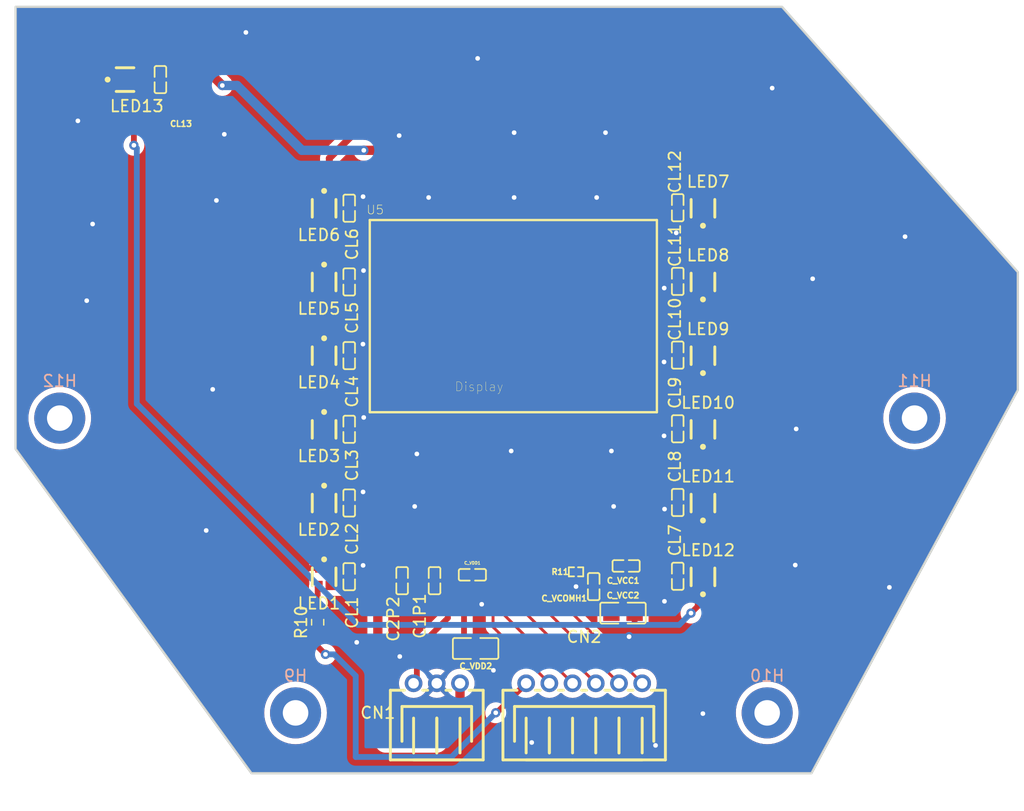
<source format=kicad_pcb>
(kicad_pcb (version 20240108) (generator "pcbnew") (generator_version "8.0")
  (layers (0 "F.Cu" signal) (31 "B.Cu" signal) (34 "B.Paste" user) (35 "F.Paste" user) (36 "B.SilkS" user "B.Silkscreen") (37 "F.SilkS" user "F.Silkscreen") (38 "B.Mask" user) (39 "F.Mask" user) (44 "Edge.Cuts" user))
  (net 0 "")
  (net 1 "Net-(LED1-DO)")
  (net 2 "Net-(LED2-DO)")
  (net 3 "Net-(LED3-DO)")
  (net 4 "Net-(LED4-DO)")
  (net 5 "Net-(LED5-DO)")
  (net 6 "Net-(LED7-DO)")
  (net 7 "Net-(LED8-DO)")
  (net 8 "Net-(LED1-DI)")
  (net 9 "Net-(LED10-DO)")
  (net 10 "Net-(LED11-DO)")
  (net 11 "Net-(LED12-DO)")
  (net 12 "/+5V")
  (net 13 "/GND")
  (net 14 "/+3.3v")
  (net 15 "Net-(LED10-DI)")
  (net 16 "/LED_D2")
  (net 17 "/DC")
  (net 18 "/SCLK")
  (net 19 "/SDIN")
  (net 20 "/RESET")
  (net 21 "/CS")
  (net 22 "Net-(U5-C1P)")
  (net 23 "Net-(U5-C1N)")
  (net 24 "Net-(U5-C2P)")
  (net 25 "Net-(U5-C2N)")
  (net 26 "Net-(U5-VCOMH)")
  (net 27 "Net-(U5-VCC)")
  (net 28 "Net-(LED6-DO)")
  (net 30 "Net-(U5-IREF)")
  (net 32 "/+3.3V")
  (footprint "global:LED-SMD_4P-L1.6-W1.5_XL-1615RGBC-WS2812B" (layer "F.Cu") (at 70.23988 61.63788 -90)
    (property "Reference" "LED3" (at 2.297519 0.442724 0) (layer "F.SilkS"))
    (property "Value" "WS2812B")
    (pad "1" smd rect (at -0.75 -0.45 90) (size 0.8 0.65) (layers "F.Cu" "F.Paste" "F.Mask") (net 3 "Net-(LED3-DO)"))
    (pad "2" smd rect (at 0.75 -0.45 90) (size 0.8 0.65) (layers "F.Cu" "F.Paste" "F.Mask") (net 12 "/+5V"))
    (pad "3" smd rect (at -0.75 0.45 90) (size 0.8 0.65) (layers "F.Cu" "F.Paste" "F.Mask") (net 13 "/GND"))
    (pad "4" smd rect (at 0.75 0.45 90) (size 0.8 0.65) (layers "F.Cu" "F.Paste" "F.Mask") (net 2 "Net-(LED2-DO)"))
  )
  (footprint "Resistor_SMD:R_0603_1608Metric" (layer "F.Cu") (at 69.68488 78.25788 90)
    (property "Reference" "R10" (at 0 -1.43 90) (layer "F.SilkS"))
    (property "Value" "330 Ohm")
    (pad "1" smd roundrect (at -0.825 0 90) (size 0.8 0.95) (layers "F.Cu" "F.Paste" "F.Mask") (net 16 "/LED_D2"))
    (pad "2" smd roundrect (at 0.825 0 90) (size 0.8 0.95) (layers "F.Cu" "F.Paste" "F.Mask") (net 8 "Net-(LED1-DI)"))
  )
  (footprint "global:C0402" (layer "F.Cu") (at 72.401589 61.630681 90)
    (property "Reference" "CL3" (at -3.097845 0.243812 90) (layer "F.SilkS"))
    (property "Value" "100nF")
    (pad "1" smd rect (at -0.55 0 90) (size 0.79 0.54) (layers "F.Cu" "F.Paste" "F.Mask") (net 12 "/+5V"))
    (pad "2" smd rect (at 0.55 0 90) (size 0.79 0.54) (layers "F.Cu" "F.Paste" "F.Mask") (net 13 "/GND"))
  )
  (footprint "global:C0402" (layer "F.Cu") (at 72.401589 55.280681 90)
    (property "Reference" "CL4" (at -3.097845 0.243812 90) (layer "F.SilkS"))
    (property "Value" "100nF")
    (pad "1" smd rect (at -0.55 0 90) (size 0.79 0.54) (layers "F.Cu" "F.Paste" "F.Mask") (net 12 "/+5V"))
    (pad "2" smd rect (at 0.55 0 90) (size 0.79 0.54) (layers "F.Cu" "F.Paste" "F.Mask") (net 13 "/GND"))
  )
  (footprint "global:LED-SMD_4P-L1.6-W1.5_XL-1615RGBC-WS2812B" (layer "F.Cu") (at 102.886572 48.938236 90)
    (property "Reference" "LED8" (at 2.297519 0.442724 0) (layer "F.SilkS"))
    (property "Value" "WS2812B")
    (pad "1" smd rect (at -0.75 -0.45 270) (size 0.8 0.65) (layers "F.Cu" "F.Paste" "F.Mask") (net 7 "Net-(LED8-DO)"))
    (pad "2" smd rect (at 0.75 -0.45 270) (size 0.8 0.65) (layers "F.Cu" "F.Paste" "F.Mask") (net 12 "/+5V"))
    (pad "3" smd rect (at -0.75 0.45 270) (size 0.8 0.65) (layers "F.Cu" "F.Paste" "F.Mask") (net 13 "/GND"))
    (pad "4" smd rect (at 0.75 0.45 270) (size 0.8 0.65) (layers "F.Cu" "F.Paste" "F.Mask") (net 6 "Net-(LED7-DO)"))
  )
  (footprint "global:C0805" (layer "F.Cu") (at 83.296 80.518 180)
    (property "Reference" "C_VDD2" (at -0.016 -1.524 0) (layer "F.SilkS") (effects (font (size 0.5 0.5) (thickness 0.125))))
    (property "Value" "4.7uF")
    (pad "1" smd rect (at -1 0 180) (size 1.41 1.35) (layers "F.Cu" "F.Paste" "F.Mask") (net 13 "/GND"))
    (pad "2" smd rect (at 1 0 180) (size 1.41 1.35) (layers "F.Cu" "F.Paste" "F.Mask") (net 32 "/+3.3V"))
  )
  (footprint "global:C0402" (layer "F.Cu") (at 96.266 73.406 180)
    (property "Reference" "C_VCC1" (at 0.254 -1.27 0) (layer "F.SilkS") (effects (font (size 0.5 0.5) (thickness 0.125))))
    (property "Value" "100nF")
    (pad "1" smd rect (at -0.55 0 180) (size 0.79 0.54) (layers "F.Cu" "F.Paste" "F.Mask") (net 13 "/GND"))
    (pad "2" smd rect (at 0.55 0 180) (size 0.79 0.54) (layers "F.Cu" "F.Paste" "F.Mask") (net 27 "Net-(U5-VCC)"))
  )
  (footprint "global:LED-SMD_4P-L1.6-W1.5_XL-1615RGBC-WS2812B" (layer "F.Cu") (at 70.23988 55.28788 -90)
    (property "Reference" "LED4" (at 2.297519 0.442724 0) (layer "F.SilkS"))
    (property "Value" "WS2812B")
    (pad "1" smd rect (at -0.75 -0.45 90) (size 0.8 0.65) (layers "F.Cu" "F.Paste" "F.Mask") (net 4 "Net-(LED4-DO)"))
    (pad "2" smd rect (at 0.75 -0.45 90) (size 0.8 0.65) (layers "F.Cu" "F.Paste" "F.Mask") (net 12 "/+5V"))
    (pad "3" smd rect (at -0.75 0.45 90) (size 0.8 0.65) (layers "F.Cu" "F.Paste" "F.Mask") (net 13 "/GND"))
    (pad "4" smd rect (at 0.75 0.45 90) (size 0.8 0.65) (layers "F.Cu" "F.Paste" "F.Mask") (net 3 "Net-(LED3-DO)"))
  )
  (footprint "global:C0402" (layer "F.Cu") (at 56.134 31.496 -90)
    (property "Reference" "CL13" (at 3.81 -1.778 0) (layer "F.SilkS") (effects (font (size 0.5 0.5) (thickness 0.125))))
    (property "Value" "100nF")
    (pad "1" smd rect (at -0.55 0 270) (size 0.79 0.54) (layers "F.Cu" "F.Paste" "F.Mask") (net 12 "/+5V"))
    (pad "2" smd rect (at 0.55 0 270) (size 0.79 0.54) (layers "F.Cu" "F.Paste" "F.Mask") (net 13 "/GND"))
  )
  (footprint "global:LED-SMD_4P-L1.6-W1.5_XL-1615RGBC-WS2812B" (layer "F.Cu") (at 102.886572 55.288236 90)
    (property "Reference" "LED9" (at 2.297519 0.442724 0) (layer "F.SilkS"))
    (property "Value" "WS2812B")
    (pad "1" smd rect (at -0.75 -0.45 270) (size 0.8 0.65) (layers "F.Cu" "F.Paste" "F.Mask") (net 15 "Net-(LED10-DI)"))
    (pad "2" smd rect (at 0.75 -0.45 270) (size 0.8 0.65) (layers "F.Cu" "F.Paste" "F.Mask") (net 12 "/+5V"))
    (pad "3" smd rect (at -0.75 0.45 270) (size 0.8 0.65) (layers "F.Cu" "F.Paste" "F.Mask") (net 13 "/GND"))
    (pad "4" smd rect (at 0.75 0.45 270) (size 0.8 0.65) (layers "F.Cu" "F.Paste" "F.Mask") (net 7 "Net-(LED8-DO)"))
  )
  (footprint "global:C0402" (layer "F.Cu") (at 76.962 74.676 -90)
    (property "Reference" "C2P2" (at 3.302 0.762 90) (layer "F.SilkS"))
    (property "Value" "1uF")
    (pad "1" smd rect (at -0.55 0 270) (size 0.79 0.54) (layers "F.Cu" "F.Paste" "F.Mask") (net 25 "Net-(U5-C2N)"))
    (pad "2" smd rect (at 0.55 0 270) (size 0.79 0.54) (layers "F.Cu" "F.Paste" "F.Mask") (net 24 "Net-(U5-C2P)"))
  )
  (footprint "global:C0402" (layer "F.Cu") (at 100.711083 67.936724 -90)
    (property "Reference" "CL8" (at -3.097845 0.243812 90) (layer "F.SilkS"))
    (property "Value" "100nF")
    (pad "1" smd rect (at -0.55 0 270) (size 0.79 0.54) (layers "F.Cu" "F.Paste" "F.Mask") (net 12 "/+5V"))
    (pad "2" smd rect (at 0.55 0 270) (size 0.79 0.54) (layers "F.Cu" "F.Paste" "F.Mask") (net 13 "/GND"))
  )
  (footprint "global:C0402" (layer "F.Cu") (at 100.711083 55.236724 -90)
    (property "Reference" "CL10" (at -3.097845 0.243812 90) (layer "F.SilkS"))
    (property "Value" "100nF")
    (pad "1" smd rect (at -0.55 0 270) (size 0.79 0.54) (layers "F.Cu" "F.Paste" "F.Mask") (net 12 "/+5V"))
    (pad "2" smd rect (at 0.55 0 270) (size 0.79 0.54) (layers "F.Cu" "F.Paste" "F.Mask") (net 13 "/GND"))
  )
  (footprint "global:LED-SMD_4P-L1.6-W1.5_XL-1615RGBC-WS2812B" (layer "F.Cu") (at 102.886572 67.988236 90)
    (property "Reference" "LED11" (at 2.297519 0.442724 0) (layer "F.SilkS"))
    (property "Value" "WS2812B")
    (pad "1" smd rect (at -0.75 -0.45 270) (size 0.8 0.65) (layers "F.Cu" "F.Paste" "F.Mask") (net 10 "Net-(LED11-DO)"))
    (pad "2" smd rect (at 0.75 -0.45 270) (size 0.8 0.65) (layers "F.Cu" "F.Paste" "F.Mask") (net 12 "/+5V"))
    (pad "3" smd rect (at -0.75 0.45 270) (size 0.8 0.65) (layers "F.Cu" "F.Paste" "F.Mask") (net 13 "/GND"))
    (pad "4" smd rect (at 0.75 0.45 270) (size 0.8 0.65) (layers "F.Cu" "F.Paste" "F.Mask") (net 9 "Net-(LED10-DO)"))
  )
  (footprint "global:LED-SMD_4P-L1.6-W1.5_XL-1615RGBC-WS2812B" (layer "F.Cu") (at 70.23988 42.58788 -90)
    (property "Reference" "LED6" (at 2.297519 0.442724 0) (layer "F.SilkS"))
    (property "Value" "WS2812B")
    (pad "1" smd rect (at -0.75 -0.45 90) (size 0.8 0.65) (layers "F.Cu" "F.Paste" "F.Mask") (net 28 "Net-(LED6-DO)"))
    (pad "2" smd rect (at 0.75 -0.45 90) (size 0.8 0.65) (layers "F.Cu" "F.Paste" "F.Mask") (net 12 "/+5V"))
    (pad "3" smd rect (at -0.75 0.45 90) (size 0.8 0.65) (layers "F.Cu" "F.Paste" "F.Mask") (net 13 "/GND"))
    (pad "4" smd rect (at 0.75 0.45 90) (size 0.8 0.65) (layers "F.Cu" "F.Paste" "F.Mask") (net 5 "Net-(LED5-DO)"))
  )
  (footprint "global:C0402" (layer "F.Cu") (at 100.711083 61.586724 -90)
    (property "Reference" "CL9" (at -3.097845 0.243812 90) (layer "F.SilkS"))
    (property "Value" "100nF")
    (pad "1" smd rect (at -0.55 0 270) (size 0.79 0.54) (layers "F.Cu" "F.Paste" "F.Mask") (net 12 "/+5V"))
    (pad "2" smd rect (at 0.55 0 270) (size 0.79 0.54) (layers "F.Cu" "F.Paste" "F.Mask") (net 13 "/GND"))
  )
  (footprint "global:SSD1315 FLAT" (layer "F.Cu") (at 86.547546 57.958415)
    (property "Reference" "U5" (at -12.7 -15.24 0) (layer "F.SilkS") (effects (font (size 0.75948 0.75948) (thickness 0.05332)) (justify left)))
    (property "Value" "Display" (at -5.08 0 0) (layer "F.SilkS") (effects (font (size 0.783539 0.783539) (thickness 0.029261)) (justify left)))
    (pad "1" smd rect (at -10.15 13.1 90) (size 2.2 0.35) (layers "F.Cu" "F.Mask") (net 13 "/GND"))
    (pad "2" smd rect (at -9.45 13.1 90) (size 2.2 0.35) (layers "F.Cu" "F.Mask") (net 24 "Net-(U5-C2P)"))
    (pad "3" smd rect (at -8.75 13.1 90) (size 2.2 0.35) (layers "F.Cu" "F.Mask") (net 25 "Net-(U5-C2N)"))
    (pad "4" smd rect (at -8.05 13.1 90) (size 2.2 0.35) (layers "F.Cu" "F.Mask") (net 22 "Net-(U5-C1P)"))
    (pad "5" smd rect (at -7.35 13.1 90) (size 2.2 0.35) (layers "F.Cu" "F.Mask") (net 23 "Net-(U5-C1N)"))
    (pad "6" smd rect (at -6.65 13.1 90) (size 2.2 0.35) (layers "F.Cu" "F.Mask") (net 32 "/+3.3V"))
    (pad "7" smd rect (at -5.95 13.1 90) (size 2.2 0.35) (layers "F.Cu" "F.Mask"))
    (pad "8" smd rect (at -5.25 13.1 90) (size 2.2 0.35) (layers "F.Cu" "F.Mask") (net 13 "/GND"))
    (pad "9" smd rect (at -4.55 13.1 90) (size 2.2 0.35) (layers "F.Cu" "F.Mask") (net 32 "/+3.3V"))
    (pad "10" smd rect (at -3.85 13.1 90) (size 2.2 0.35) (layers "F.Cu" "F.Mask") (net 13 "/GND"))
    (pad "11" smd rect (at -3.15 13.1 90) (size 2.2 0.35) (layers "F.Cu" "F.Mask") (net 13 "/GND"))
    (pad "12" smd rect (at -2.45 13.1 90) (size 2.2 0.35) (layers "F.Cu" "F.Mask") (net 13 "/GND"))
    (pad "13" smd rect (at -1.75 13.1 90) (size 2.2 0.35) (layers "F.Cu" "F.Mask") (net 21 "/CS"))
    (pad "14" smd rect (at -1.05 13.1 90) (size 2.2 0.35) (layers "F.Cu" "F.Mask") (net 20 "/RESET"))
    (pad "15" smd rect (at -0.35 13.1 90) (size 2.2 0.35) (layers "F.Cu" "F.Mask") (net 17 "/DC"))
    (pad "16" smd rect (at 0.35 13.1 90) (size 2.2 0.35) (layers "F.Cu" "F.Mask") (net 13 "/GND"))
    (pad "17" smd rect (at 1.05 13.1 90) (size 2.2 0.35) (layers "F.Cu" "F.Mask") (net 13 "/GND"))
    (pad "18" smd rect (at 1.75 13.1 90) (size 2.2 0.35) (layers "F.Cu" "F.Mask") (net 18 "/SCLK"))
    (pad "19" smd rect (at 2.45 13.1 90) (size 2.2 0.35) (layers "F.Cu" "F.Mask") (net 19 "/SDIN"))
    (pad "20" smd rect (at 3.15 13.1 90) (size 2.2 0.35) (layers "F.Cu" "F.Mask") (net 19 "/SDIN"))
    (pad "21" smd rect (at 3.85 13.1 90) (size 2.2 0.35) (layers "F.Cu" "F.Mask") (net 13 "/GND"))
    (pad "22" smd rect (at 4.55 13.1 90) (size 2.2 0.35) (layers "F.Cu" "F.Mask") (net 13 "/GND"))
    (pad "23" smd rect (at 5.25 13.1 90) (size 2.2 0.35) (layers "F.Cu" "F.Mask") (net 13 "/GND"))
    (pad "24" smd rect (at 5.95 13.1 90) (size 2.2 0.35) (layers "F.Cu" "F.Mask") (net 13 "/GND"))
    (pad "25" smd rect (at 6.65 13.1 90) (size 2.2 0.35) (layers "F.Cu" "F.Mask") (net 13 "/GND"))
    (pad "26" smd rect (at 7.35 13.1 90) (size 2.2 0.35) (layers "F.Cu" "F.Mask") (net 30 "Net-(U5-IREF)"))
    (pad "27" smd rect (at 8.05 13.1 90) (size 2.2 0.35) (layers "F.Cu" "F.Mask") (net 26 "Net-(U5-VCOMH)"))
    (pad "28" smd rect (at 8.75 13.1 90) (size 2.2 0.35) (layers "F.Cu" "F.Mask") (net 27 "Net-(U5-VCC)"))
    (pad "29" smd rect (at 9.45 13.1 90) (size 2.2 0.35) (layers "F.Cu" "F.Mask") (net 13 "/GND"))
    (pad "30" smd rect (at 10.15 13.1 90) (size 2.2 0.35) (layers "F.Cu" "F.Mask") (net 13 "/GND"))
  )
  (footprint "global:C0402" (layer "F.Cu") (at 72.401589 42.580681 90)
    (property "Reference" "CL6" (at -3.097845 0.243812 90) (layer "F.SilkS"))
    (property "Value" "100nF")
    (pad "1" smd rect (at -0.55 0 90) (size 0.79 0.54) (layers "F.Cu" "F.Paste" "F.Mask") (net 12 "/+5V"))
    (pad "2" smd rect (at 0.55 0 90) (size 0.79 0.54) (layers "F.Cu" "F.Paste" "F.Mask") (net 13 "/GND"))
  )
  (footprint "global:LED-SMD_4P-L1.6-W1.5_XL-1615RGBC-WS2812B" (layer "F.Cu") (at 102.886572 61.638236 90)
    (property "Reference" "LED10" (at 2.297519 0.442724 0) (layer "F.SilkS"))
    (property "Value" "WS2812B")
    (pad "1" smd rect (at -0.75 -0.45 270) (size 0.8 0.65) (layers "F.Cu" "F.Paste" "F.Mask") (net 9 "Net-(LED10-DO)"))
    (pad "2" smd rect (at 0.75 -0.45 270) (size 0.8 0.65) (layers "F.Cu" "F.Paste" "F.Mask") (net 12 "/+5V"))
    (pad "3" smd rect (at -0.75 0.45 270) (size 0.8 0.65) (layers "F.Cu" "F.Paste" "F.Mask") (net 13 "/GND"))
    (pad "4" smd rect (at 0.75 0.45 270) (size 0.8 0.65) (layers "F.Cu" "F.Paste" "F.Mask") (net 15 "Net-(LED10-DI)"))
  )
  (footprint "global:R0201" (layer "F.Cu") (at 91.948 73.914)
    (property "Reference" "R11" (at -1.3735 0 0) (layer "F.SilkS") (effects (font (size 0.5 0.5) (thickness 0.125))))
    (property "Value" "1.8M")
    (pad "1" smd rect (at -0.24 0) (size 0.3 0.32) (layers "F.Cu" "F.Paste" "F.Mask") (net 13 "/GND"))
    (pad "2" smd rect (at 0.24 0) (size 0.3 0.32) (layers "F.Cu" "F.Paste" "F.Mask") (net 30 "Net-(U5-IREF)"))
  )
  (footprint "global:C0805" (layer "F.Cu") (at 95.996 77.47 180)
    (property "Reference" "C_VCC2" (at 0 1.524 0) (layer "F.SilkS") (effects (font (size 0.5 0.5) (thickness 0.125))))
    (property "Value" "4.7uF")
    (pad "1" smd rect (at -1 0 180) (size 1.41 1.35) (layers "F.Cu" "F.Paste" "F.Mask") (net 13 "/GND"))
    (pad "2" smd rect (at 1 0 180) (size 1.41 1.35) (layers "F.Cu" "F.Paste" "F.Mask") (net 27 "Net-(U5-VCC)"))
  )
  (footprint "global:C0402" (layer "F.Cu") (at 72.401589 74.330681 90)
    (property "Reference" "CL1" (at -3.097845 0.243812 90) (layer "F.SilkS"))
    (property "Value" "100nF")
    (pad "1" smd rect (at -0.55 0 90) (size 0.79 0.54) (layers "F.Cu" "F.Paste" "F.Mask") (net 12 "/+5V"))
    (pad "2" smd rect (at 0.55 0 90) (size 0.79 0.54) (layers "F.Cu" "F.Paste" "F.Mask") (net 13 "/GND"))
  )
  (footprint "global:C0402" (layer "F.Cu") (at 83.016 74.168 180)
    (property "Reference" "C_VDD1" (at 0 1.016 0) (layer "F.SilkS") (effects (font (size 0.25 0.25) (thickness 0.0625))))
    (property "Value" "100nF")
    (pad "1" smd rect (at -0.55 0 180) (size 0.79 0.54) (layers "F.Cu" "F.Paste" "F.Mask") (net 13 "/GND"))
    (pad "2" smd rect (at 0.55 0 180) (size 0.79 0.54) (layers "F.Cu" "F.Paste" "F.Mask") (net 32 "/+3.3V"))
  )
  (footprint "global:LED-SMD_4P-L1.6-W1.5_XL-1615RGBC-WS2812B" (layer "F.Cu") (at 102.886572 74.347813 90)
    (property "Reference" "LED12" (at 2.297519 0.442724 0) (layer "F.SilkS"))
    (property "Value" "WS2812B")
    (pad "1" smd rect (at -0.75 -0.45 270) (size 0.8 0.65) (layers "F.Cu" "F.Paste" "F.Mask") (net 11 "Net-(LED12-DO)"))
    (pad "2" smd rect (at 0.75 -0.45 270) (size 0.8 0.65) (layers "F.Cu" "F.Paste" "F.Mask") (net 12 "/+5V"))
    (pad "3" smd rect (at -0.75 0.45 270) (size 0.8 0.65) (layers "F.Cu" "F.Paste" "F.Mask") (net 13 "/GND"))
    (pad "4" smd rect (at 0.75 0.45 270) (size 0.8 0.65) (layers "F.Cu" "F.Paste" "F.Mask") (net 10 "Net-(LED11-DO)"))
  )
  (footprint "global:CONN-TH_PH-3AW" (layer "F.Cu") (at 79.94988 83.51788)
    (property "Reference" "CN1" (at -5.08 2.54 0) (layer "F.SilkS"))
    (property "Value" "PH-3AW_C722773")
    (pad "1" thru_hole circle (at 2 0 180) (size 1.52 1.52) (drill 0.9144) (layers "*.Cu" "*.Mask") (net 12 "/+5V"))
    (pad "2" thru_hole circle (at 0 0 180) (size 1.52 1.52) (drill 0.9144) (layers "*.Cu" "*.Mask") (net 13 "/GND"))
    (pad "3" thru_hole circle (at -2 0 180) (size 1.52 1.52) (drill 0.9144) (layers "*.Cu" "*.Mask") (net 14 "/+3.3v"))
  )
  (footprint "global:CONN-TH_PH-6AW" (layer "F.Cu") (at 92.64988 83.51788)
    (property "Reference" "CN2" (at 0 -4 0) (layer "F.SilkS"))
    (property "Value" "PH-6AW_C722785")
    (pad "1" thru_hole circle (at 5 0 180) (size 1.52 1.52) (drill 0.9144) (layers "*.Cu" "*.Mask") (net 19 "/SDIN"))
    (pad "2" thru_hole circle (at 3 0 180) (size 1.52 1.52) (drill 0.9144) (layers "*.Cu" "*.Mask") (net 18 "/SCLK"))
    (pad "3" thru_hole circle (at 1 0 180) (size 1.52 1.52) (drill 0.9144) (layers "*.Cu" "*.Mask") (net 17 "/DC"))
    (pad "4" thru_hole circle (at -1 0 180) (size 1.52 1.52) (drill 0.9144) (layers "*.Cu" "*.Mask") (net 20 "/RESET"))
    (pad "5" thru_hole circle (at -3 0 180) (size 1.52 1.52) (drill 0.9144) (layers "*.Cu" "*.Mask") (net 21 "/CS"))
    (pad "6" thru_hole circle (at -5 0 180) (size 1.52 1.52) (drill 0.9144) (layers "*.Cu" "*.Mask") (net 16 "/LED_D2"))
  )
  (footprint "global:C0402" (layer "F.Cu") (at 79.756 74.676 -90)
    (property "Reference" "C1P1" (at 3.048 1.27 90) (layer "F.SilkS"))
    (property "Value" "1uF")
    (pad "1" smd rect (at -0.55 0 270) (size 0.79 0.54) (layers "F.Cu" "F.Paste" "F.Mask") (net 23 "Net-(U5-C1N)"))
    (pad "2" smd rect (at 0.55 0 270) (size 0.79 0.54) (layers "F.Cu" "F.Paste" "F.Mask") (net 22 "Net-(U5-C1P)"))
  )
  (footprint "global:LED-SMD_4P-L1.6-W1.5_XL-1615RGBC-WS2812B" (layer "F.Cu") (at 102.886572 42.588236 90)
    (property "Reference" "LED7" (at 2.297519 0.442724 0) (layer "F.SilkS"))
    (property "Value" "WS2812B")
    (pad "1" smd rect (at -0.75 -0.45 270) (size 0.8 0.65) (layers "F.Cu" "F.Paste" "F.Mask") (net 6 "Net-(LED7-DO)"))
    (pad "2" smd rect (at 0.75 -0.45 270) (size 0.8 0.65) (layers "F.Cu" "F.Paste" "F.Mask") (net 12 "/+5V"))
    (pad "3" smd rect (at -0.75 0.45 270) (size 0.8 0.65) (layers "F.Cu" "F.Paste" "F.Mask") (net 13 "/GND"))
    (pad "4" smd rect (at 0.75 0.45 270) (size 0.8 0.65) (layers "F.Cu" "F.Paste" "F.Mask") (net 28 "Net-(LED6-DO)"))
  )
  (footprint "global:LED-SMD_4P-L1.6-W1.5_XL-1615RGBC-WS2812B" (layer "F.Cu") (at 70.23988 48.93788 -90)
    (property "Reference" "LED5" (at 2.297519 0.442724 0) (layer "F.SilkS"))
    (property "Value" "WS2812B")
    (pad "1" smd rect (at -0.75 -0.45 90) (size 0.8 0.65) (layers "F.Cu" "F.Paste" "F.Mask") (net 5 "Net-(LED5-DO)"))
    (pad "2" smd rect (at 0.75 -0.45 90) (size 0.8 0.65) (layers "F.Cu" "F.Paste" "F.Mask") (net 12 "/+5V"))
    (pad "3" smd rect (at -0.75 0.45 90) (size 0.8 0.65) (layers "F.Cu" "F.Paste" "F.Mask") (net 13 "/GND"))
    (pad "4" smd rect (at 0.75 0.45 90) (size 0.8 0.65) (layers "F.Cu" "F.Paste" "F.Mask") (net 4 "Net-(LED4-DO)"))
  )
  (footprint "global:C0402" (layer "F.Cu") (at 100.711083 74.296301 -90)
    (property "Reference" "CL7" (at -3.097845 0.243812 90) (layer "F.SilkS"))
    (property "Value" "100nF")
    (pad "1" smd rect (at -0.55 0 270) (size 0.79 0.54) (layers "F.Cu" "F.Paste" "F.Mask") (net 12 "/+5V"))
    (pad "2" smd rect (at 0.55 0 270) (size 0.79 0.54) (layers "F.Cu" "F.Paste" "F.Mask") (net 13 "/GND"))
  )
  (footprint "global:LED-SMD_4P-L1.6-W1.5_XL-1615RGBC-WS2812B" (layer "F.Cu") (at 53.086 31.496)
    (property "Reference" "LED13" (at 1.016 2.286 0) (layer "F.SilkS"))
    (property "Value" "WS2812B")
    (pad "1" smd rect (at -0.75 -0.45 180) (size 0.8 0.65) (layers "F.Cu" "F.Paste" "F.Mask"))
    (pad "2" smd rect (at 0.75 -0.45 180) (size 0.8 0.65) (layers "F.Cu" "F.Paste" "F.Mask") (net 12 "/+5V"))
    (pad "3" smd rect (at -0.75 0.45 180) (size 0.8 0.65) (layers "F.Cu" "F.Paste" "F.Mask") (net 13 "/GND"))
    (pad "4" smd rect (at 0.75 0.45 180) (size 0.8 0.65) (layers "F.Cu" "F.Paste" "F.Mask") (net 11 "Net-(LED12-DO)"))
  )
  (footprint "global:LED-SMD_4P-L1.6-W1.5_XL-1615RGBC-WS2812B" (layer "F.Cu") (at 70.23988 67.98788 -90)
    (property "Reference" "LED2" (at 2.297519 0.442724 0) (layer "F.SilkS"))
    (property "Value" "WS2812B")
    (pad "1" smd rect (at -0.75 -0.45 90) (size 0.8 0.65) (layers "F.Cu" "F.Paste" "F.Mask") (net 2 "Net-(LED2-DO)"))
    (pad "2" smd rect (at 0.75 -0.45 90) (size 0.8 0.65) (layers "F.Cu" "F.Paste" "F.Mask") (net 12 "/+5V"))
    (pad "3" smd rect (at -0.75 0.45 90) (size 0.8 0.65) (layers "F.Cu" "F.Paste" "F.Mask") (net 13 "/GND"))
    (pad "4" smd rect (at 0.75 0.45 90) (size 0.8 0.65) (layers "F.Cu" "F.Paste" "F.Mask") (net 1 "Net-(LED1-DO)"))
  )
  (footprint "global:C0402" (layer "F.Cu") (at 72.401589 67.980681 90)
    (property "Reference" "CL2" (at -3.097845 0.243812 90) (layer "F.SilkS"))
    (property "Value" "100nF")
    (pad "1" smd rect (at -0.55 0 90) (size 0.79 0.54) (layers "F.Cu" "F.Paste" "F.Mask") (net 12 "/+5V"))
    (pad "2" smd rect (at 0.55 0 90) (size 0.79 0.54) (layers "F.Cu" "F.Paste" "F.Mask") (net 13 "/GND"))
  )
  (footprint "global:C0402" (layer "F.Cu") (at 72.401589 48.930681 90)
    (property "Reference" "CL5" (at -3.097845 0.243812 90) (layer "F.SilkS"))
    (property "Value" "100nF")
    (pad "1" smd rect (at -0.55 0 90) (size 0.79 0.54) (layers "F.Cu" "F.Paste" "F.Mask") (net 12 "/+5V"))
    (pad "2" smd rect (at 0.55 0 90) (size 0.79 0.54) (layers "F.Cu" "F.Paste" "F.Mask") (net 13 "/GND"))
  )
  (footprint "global:C0402" (layer "F.Cu") (at 100.711083 48.886724 -90)
    (property "Reference" "CL11" (at -3.097845 0.243812 90) (layer "F.SilkS"))
    (property "Value" "100nF")
    (pad "1" smd rect (at -0.55 0 270) (size 0.79 0.54) (layers "F.Cu" "F.Paste" "F.Mask") (net 12 "/+5V"))
    (pad "2" smd rect (at 0.55 0 270) (size 0.79 0.54) (layers "F.Cu" "F.Paste" "F.Mask") (net 13 "/GND"))
  )
  (footprint "global:LED-SMD_4P-L1.6-W1.5_XL-1615RGBC-WS2812B" (layer "F.Cu") (at 70.23988 74.33788 -90)
    (property "Reference" "LED1" (at 2.297519 0.442724 0) (layer "F.SilkS"))
    (property "Value" "WS2812B")
    (pad "1" smd rect (at -0.75 -0.45 90) (size 0.8 0.65) (layers "F.Cu" "F.Paste" "F.Mask") (net 1 "Net-(LED1-DO)"))
    (pad "2" smd rect (at 0.75 -0.45 90) (size 0.8 0.65) (layers "F.Cu" "F.Paste" "F.Mask") (net 12 "/+5V"))
    (pad "3" smd rect (at -0.75 0.45 90) (size 0.8 0.65) (layers "F.Cu" "F.Paste" "F.Mask") (net 13 "/GND"))
    (pad "4" smd rect (at 0.75 0.45 90) (size 0.8 0.65) (layers "F.Cu" "F.Paste" "F.Mask") (net 8 "Net-(LED1-DI)"))
  )
  (footprint "global:C0402" (layer "F.Cu") (at 100.711083 42.536724 -90)
    (property "Reference" "CL12" (at -3.097845 0.243812 90) (layer "F.SilkS"))
    (property "Value" "100nF")
    (pad "1" smd rect (at -0.55 0 270) (size 0.79 0.54) (layers "F.Cu" "F.Paste" "F.Mask") (net 12 "/+5V"))
    (pad "2" smd rect (at 0.55 0 270) (size 0.79 0.54) (layers "F.Cu" "F.Paste" "F.Mask") (net 13 "/GND"))
  )
  (footprint "global:C0402" (layer "F.Cu") (at 93.472 75.184 -90)
    (property "Reference" "C_VCOMH1" (at 1.016 2.54 180) (layer "F.SilkS") (effects (font (size 0.5 0.5) (thickness 0.125))))
    (property "Value" "2.2uF")
    (pad "1" smd rect (at -0.55 0 270) (size 0.79 0.54) (layers "F.Cu" "F.Paste" "F.Mask") (net 26 "Net-(U5-VCOMH)"))
    (pad "2" smd rect (at 0.55 0 270) (size 0.79 0.54) (layers "F.Cu" "F.Paste" "F.Mask") (net 13 "/GND"))
  )
  (footprint "MountingHole:MountingHole_2.2mm_M2_Pad_TopBottom" (layer "B.Cu") (at 67.77988 86.06788 180)
    (property "Reference" "H9" (at 0 3.2 0) (layer "B.SilkS") (effects (justify mirror)))
    (property "Value" "MountingHole")
    (pad "1" thru_hole circle (at 0 0 180) (size 2.6 2.6) (drill 2.2) (layers "*.Cu" "*.Mask"))
    (pad "1" connect circle (at 0 0 180) (size 4.4 4.4) (layers "F.Cu" "F.Mask"))
    (pad "1" connect circle (at 0 0 180) (size 4.4 4.4) (layers "B.Cu" "B.Mask"))
  )
  (footprint "MountingHole:MountingHole_2.2mm_M2_Pad_TopBottom" (layer "B.Cu") (at 121.11988 60.66788 180)
    (property "Reference" "H11" (at 0 3.2 0) (layer "B.SilkS") (effects (justify mirror)))
    (property "Value" "MountingHole")
    (pad "1" thru_hole circle (at 0 0 180) (size 2.6 2.6) (drill 2.2) (layers "*.Cu" "*.Mask"))
    (pad "1" connect circle (at 0 0 180) (size 4.4 4.4) (layers "F.Cu" "F.Mask"))
    (pad "1" connect circle (at 0 0 180) (size 4.4 4.4) (layers "B.Cu" "B.Mask"))
  )
  (footprint "MountingHole:MountingHole_2.2mm_M2_Pad_TopBottom" (layer "B.Cu") (at 47.45988 60.66788 180)
    (property "Reference" "H12" (at 0 3.2 0) (layer "B.SilkS") (effects (justify mirror)))
    (property "Value" "MountingHole")
    (pad "1" thru_hole circle (at 0 0 180) (size 2.6 2.6) (drill 2.2) (layers "*.Cu" "*.Mask"))
    (pad "1" connect circle (at 0 0 180) (size 4.4 4.4) (layers "F.Cu" "F.Mask"))
    (pad "1" connect circle (at 0 0 180) (size 4.4 4.4) (layers "B.Cu" "B.Mask"))
  )
  (footprint "MountingHole:MountingHole_2.2mm_M2_Pad_TopBottom" (layer "B.Cu") (at 108.41988 86.06788 180)
    (property "Reference" "H10" (at 0 3.2 0) (layer "B.SilkS") (effects (justify mirror)))
    (property "Value" "MountingHole")
    (pad "1" thru_hole circle (at 0 0 180) (size 2.6 2.6) (drill 2.2) (layers "*.Cu" "*.Mask"))
    (pad "1" connect circle (at 0 0 180) (size 4.4 4.4) (layers "F.Cu" "F.Mask"))
    (pad "1" connect circle (at 0 0 180) (size 4.4 4.4) (layers "B.Cu" "B.Mask"))
  )
  (gr_poly (pts (xy 109.699183 25.22788) (xy 43.659183 25.22788) (xy 43.659183 63.32788) (xy 63.979183 91.26788) (xy 112.239183 91.26788) (xy 130.019183 58.24788) (xy 130.019183 48.08788)) (stroke (width 0.2)) (fill none) (layer "Edge.Cuts"))
  (segment (start 79.992301 72.626301) (end 80.904291 72.626301) (width 0.5) (layer "F.Cu") (net 0))
  (segment (start 82.296 80.518) (end 82.296 74.338) (width 0.5) (layer "F.Cu") (net 0))
  (segment (start 78.232 80.563469) (end 78.232 83.23576) (width 0.5) (layer "F.Cu") (net 0))
  (segment (start 78.277469 80.518) (end 82.296 80.518) (width 0.5) (layer "F.Cu") (net 0))
  (segment (start 80.904291 77.891178) (end 78.277469 80.518) (width 0.5) (layer "F.Cu") (net 0))
  (segment (start 81.997546 73.699546) (end 81.997546 71.058415) (width 0.5) (layer "F.Cu") (net 0))
  (segment (start 80.904291 72.626301) (end 80.904291 77.891178) (width 0.5) (layer "F.Cu") (net 0))
  (segment (start 82.296 74.338) (end 82.466 74.168) (width 0.5) (layer "F.Cu") (net 0))
  (segment (start 79.897546 72.531546) (end 79.992301 72.626301) (width 0.5) (layer "F.Cu") (net 0))
  (segment (start 82.466 74.168) (end 81.997546 73.699546) (width 0.5) (layer "F.Cu") (net 0))
  (segment (start 79.897546 71.058415) (end 79.897546 72.531546) (width 0.5) (layer "F.Cu") (net 0))
  (segment (start 69.78988 69.26288) (end 69.78988 68.73788) (width 0.3) (layer "F.Cu") (net 1))
  (segment (start 70.68988 70.16288) (end 69.78988 69.26288) (width 0.3) (layer "F.Cu") (net 1))
  (segment (start 70.68988 73.58788) (end 70.68988 70.16288) (width 0.3) (layer "F.Cu") (net 1))
  (segment (start 69.78988 62.91288) (end 69.78988 62.38788) (width 0.3) (layer "F.Cu") (net 2))
  (segment (start 70.68988 63.81288) (end 69.78988 62.91288) (width 0.3) (layer "F.Cu") (net 2))
  (segment (start 70.68988 67.23788) (end 70.68988 63.81288) (width 0.3) (layer "F.Cu") (net 2))
  (segment (start 69.78988 56.03788) (end 69.78988 59.46288) (width 0.3) (layer "F.Cu") (net 3))
  (segment (start 70.68988 60.36288) (end 70.68988 60.88788) (width 0.3) (layer "F.Cu") (net 3))
  (segment (start 69.78988 59.46288) (end 70.68988 60.36288) (width 0.3) (layer "F.Cu") (net 3))
  (segment (start 70.68988 51.11288) (end 69.78988 50.21288) (width 0.3) (layer "F.Cu") (net 4))
  (segment (start 69.78988 50.21288) (end 69.78988 49.68788) (width 0.3) (layer "F.Cu") (net 4))
  (segment (start 70.68988 54.53788) (end 70.68988 51.11288) (width 0.3) (layer "F.Cu") (net 4))
  (segment (start 70.68988 44.76288) (end 69.78988 43.86288) (width 0.3) (layer "F.Cu") (net 5))
  (segment (start 69.78988 43.86288) (end 69.78988 43.33788) (width 0.3) (layer "F.Cu") (net 5))
  (segment (start 70.68988 48.18788) (end 70.68988 44.76288) (width 0.3) (layer "F.Cu") (net 5))
  (segment (start 102.436572 43.338236) (end 102.436572 46.763236) (width 0.3) (layer "F.Cu") (net 6))
  (segment (start 102.436572 46.763236) (end 103.336572 47.663236) (width 0.3) (layer "F.Cu") (net 6))
  (segment (start 103.336572 47.663236) (end 103.336572 48.188236) (width 0.3) (layer "F.Cu") (net 6))
  (segment (start 102.436572 53.113236) (end 103.336572 54.013236) (width 0.3) (layer "F.Cu") (net 7))
  (segment (start 103.336572 54.013236) (end 103.336572 54.538236) (width 0.3) (layer "F.Cu") (net 7))
  (segment (start 102.436572 49.688236) (end 102.436572 53.113236) (width 0.3) (layer "F.Cu") (net 7))
  (segment (start 69.68488 77.43288) (end 69.68488 75.19288) (width 0.5) (layer "F.Cu") (net 8))
  (segment (start 69.68488 75.19288) (end 69.78988 75.08788) (width 0.5) (layer "F.Cu") (net 8))
  (segment (start 102.436572 62.388236) (end 102.436572 65.813236) (width 0.3) (layer "F.Cu") (net 9))
  (segment (start 102.436572 65.813236) (end 103.336572 66.713236) (width 0.3) (layer "F.Cu") (net 9))
  (segment (start 103.336572 66.713236) (end 103.336572 67.238236) (width 0.3) (layer "F.Cu") (net 9))
  (segment (start 103.336572 73.072813) (end 103.336572 73.597813) (width 0.3) (layer "F.Cu") (net 10))
  (segment (start 102.436572 68.738236) (end 102.436572 72.172813) (width 0.3) (layer "F.Cu") (net 10))
  (segment (start 102.436572 72.172813) (end 103.336572 73.072813) (width 0.3) (layer "F.Cu") (net 10))
  (segment (start 102.436572 76.887428) (end 101.854 77.47) (width 0.5) (layer "F.Cu") (net 11))
  (segment (start 53.848 37.1575) (end 53.848 31.9305) (width 0.5) (layer "F.Cu") (net 11))
  (segment (start 102.436572 75.097813) (end 102.436572 76.887428) (width 0.5) (layer "F.Cu") (net 11))
  (via (at 53.848 37.1575) (size 0.8) (drill 0.4) (layers "F.Cu" "B.Cu") (net 11))
  (via (at 101.854 77.47) (size 0.8) (drill 0.4) (layers "F.Cu" "B.Cu") (net 11))
  (segment (start 73.152 78.486) (end 54.1 59.434) (width 0.5) (layer "B.Cu") (net 11))
  (segment (start 54.1 37.4095) (end 53.848 37.1575) (width 0.5) (layer "B.Cu") (net 11))
  (segment (start 101.854 77.47) (end 100.838 78.486) (width 0.5) (layer "B.Cu") (net 11))
  (segment (start 100.838 78.486) (end 73.152 78.486) (width 0.5) (layer "B.Cu") (net 11))
  (segment (start 54.1 59.434) (end 54.1 37.4095) (width 0.5) (layer "B.Cu") (net 11))
  (segment (start 102.108 41.838236) (end 100.859571 41.838236) (width 0.8) (layer "F.Cu") (net 12))
  (segment (start 100.711083 41.986724) (end 98.621036 41.986724) (width 0.8) (layer "F.Cu") (net 12))
  (segment (start 72.181409 56.02183) (end 72.388608 55.814631) (width 0.8) (layer "F.Cu") (net 12))
  (segment (start 72.388608 55.814631) (end 74.604098 55.814631) (width 0.8) (layer "F.Cu") (net 12))
  (segment (start 98.643293 67.395082) (end 98.387137 67.651238) (width 0.8) (layer "F.Cu") (net 12))
  (segment (start 60.485 31.021) (end 53.836 31.021) (width 0.8) (layer "F.Cu") (net 12))
  (segment (start 98.628951 73.734191) (end 98.36488 73.47012) (width 0.8) (layer "F.Cu") (net 12))
  (segment (start 70.743828 62.341817) (end 72.248338 62.341817) (width 0.8) (layer "F.Cu") (net 12))
  (segment (start 74.86988 39.06788) (end 75.76488 38.17288) (width 0.8) (layer "F.Cu") (net 12))
  (segment (start 74.617079 74.880681) (end 74.86988 74.62788) (width 0.8) (layer "F.Cu") (net 12))
  (segment (start 100.838803 54.568376) (end 100.690315 54.716864) (width 0.8) (layer "F.Cu") (net 12))
  (segment (start 100.881828 67.246594) (end 100.73334 67.395082) (width 0.8) (layer "F.Cu") (net 12))
  (segment (start 75.184 37.592) (end 73.66 37.592) (width 0.8) (layer "F.Cu") (net 12))
  (segment (start 81.94988 86.59788) (end 79.94988 88.59788) (width 0.8) (layer "F.Cu") (net 12))
  (segment (start 72.436414 49.475522) (end 74.651904 49.475522) (width 0.8) (layer "F.Cu") (net 12))
  (segment (start 72.248338 62.341817) (end 72.455537 62.134618) (width 0.8) (layer "F.Cu") (net 12))
  (segment (start 72.192238 43.311921) (end 72.399437 43.104722) (width 0.8) (layer "F.Cu") (net 12))
  (segment (start 102.108 48.200583) (end 100.853144 48.200583) (width 0.8) (layer "F.Cu") (net 12))
  (segment (start 75.76488 38.17288) (end 75.184 37.592) (width 0.8) (layer "F.Cu") (net 12))
  (segment (start 102.108 67.246594) (end 100.881828 67.246594) (width 0.8) (layer "F.Cu") (net 12))
  (segment (start 74.86988 87.924691) (end 74.86988 74.62788) (width 0.8) (layer "F.Cu") (net 12))
  (segment (start 100.690315 54.716864) (end 98.600268 54.716864) (width 0.8) (layer "F.Cu") (net 12))
  (segment (start 70.724705 49.682721) (end 72.229215 49.682721) (width 0.8) (layer "F.Cu") (net 12))
  (segment (start 102.033809 73.734191) (end 98.628951 73.734191) (width 0.8) (layer "F.Cu") (net 12))
  (segment (start 72.398169 68.550217) (end 74.613659 68.550217) (width 0.8) (layer "F.Cu") (net 12))
  (segment (start 100.838803 60.936169) (end 100.690315 61.084657) (width 0.8) (layer "F.Cu") (net 12))
  (segment (start 98.36488 39.06788) (end 98.36488 42.24288) (width 0.8) (layer "F.Cu") (net 12))
  (segment (start 72.229215 49.682721) (end 72.436414 49.475522) (width 0.8) (layer "F.Cu") (net 12))
  (segment (start 74.86988 74.62788) (end 74.86988 39.06788) (width 0.8) (layer "F.Cu") (net 12))
  (segment (start 97.09488 37.79788) (end 98.36488 39.06788) (width 0.8) (layer "F.Cu") (net 12))
  (segment (start 98.621036 41.986724) (end 98.36488 42.24288) (width 0.8) (layer "F.Cu") (net 12))
  (segment (start 98.36488 73.47012) (end 98.36488 42.24288) (width 0.8) (layer "F.Cu") (net 12))
  (segment (start 71.12 43.311921) (end 72.192238 43.311921) (width 0.8) (layer "F.Cu") (net 12))
  (segment (start 100.73334 67.395082) (end 98.643293 67.395082) (width 0.8) (layer "F.Cu") (net 12))
  (segment (start 100.859571 41.838236) (end 100.711083 41.986724) (width 0.8) (layer "F.Cu") (net 12))
  (segment (start 72.19097 68.757416) (end 72.398169 68.550217) (width 0.8) (layer "F.Cu") (net 12))
  (segment (start 102.108 73.66) (end 102.033809 73.734191) (width 0.8) (layer "F.Cu") (net 12))
  (segment (start 75.543069 88.59788) (end 74.86988 87.924691) (width 0.8) (layer "F.Cu") (net 12))
  (segment (start 71.12 56.02183) (end 72.181409 56.02183) (width 0.8) (layer "F.Cu") (net 12))
  (segment (start 75.76488 38.17288) (end 76.13988 37.79788) (width 0.8) (layer "F.Cu") (net 12))
  (segment (start 71.12 68.757416) (end 72.19097 68.757416) (width 0.8) (layer "F.Cu") (net 12))
  (segment (start 72.399437 43.104722) (end 74.614927 43.104722) (width 0.8) (layer "F.Cu") (net 12))
  (segment (start 102.108 54.568376) (end 100.838803 54.568376) (width 0.8) (layer "F.Cu") (net 12))
  (segment (start 72.19439 75.08788) (end 72.401589 74.880681) (width 0.8) (layer "F.Cu") (net 12))
  (segment (start 79.94988 88.59788) (end 75.543069 88.59788) (width 0.8) (layer "F.Cu") (net 12))
  (segment (start 61.468 32.004) (end 60.485 31.021) (width 0.8) (layer "F.Cu") (net 12))
  (segment (start 102.108 60.936169) (end 100.838803 60.936169) (width 0.8) (layer "F.Cu") (net 12))
  (segment (start 100.704656 48.349071) (end 98.614609 48.349071) (width 0.8) (layer "F.Cu") (net 12))
  (segment (start 100.690315 61.084657) (end 98.600268 61.084657) (width 0.8) (layer "F.Cu") (net 12))
  (segment (start 72.401589 74.880681) (end 74.617079 74.880681) (width 0.8) (layer "F.Cu") (net 12))
  (segment (start 71.12 75.08788) (end 72.19439 75.08788) (width 0.8) (layer "F.Cu") (net 12))
  (segment (start 72.455537 62.134618) (end 74.671027 62.134618) (width 0.8) (layer "F.Cu") (net 12))
  (segment (start 76.13988 37.79788) (end 97.09488 37.79788) (width 0.8) (layer "F.Cu") (net 12))
  (segment (start 100.853144 48.200583) (end 100.704656 48.349071) (width 0.8) (layer "F.Cu") (net 12))
  (segment (start 81.94988 83.51788) (end 81.94988 86.59788) (width 0.8) (layer "F.Cu") (net 12))
  (via (at 61.468 32.004) (size 0.8) (drill 0.4) (layers "F.Cu" "B.Cu") (net 12))
  (via (at 73.66 37.592) (size 0.8) (drill 0.4) (layers "F.Cu" "B.Cu") (net 12))
  (segment (start 73.66 37.592) (end 68.326 37.592) (width 0.8) (layer "B.Cu") (net 12))
  (segment (start 62.738 32.004) (end 68.326 37.592) (width 0.8) (layer "B.Cu") (net 12))
  (segment (start 62.738 32.004) (end 61.468 32.004) (width 0.8) (layer "B.Cu") (net 12))
  (segment (start 83.397546 68.550546) (end 83.12488 68.27788) (width 0.25) (layer "F.Cu") (net 13))
  (segment (start 92.497546 71.058415) (end 92.497546 68.324767) (width 0.25) (layer "F.Cu") (net 13))
  (segment (start 99.573888 55.786724) (end 99.532684 55.827928) (width 0.25) (layer "F.Cu") (net 13))
  (segment (start 87.56988 68.27788) (end 89.726701 68.27788) (width 0.5) (layer "F.Cu") (net 13))
  (segment (start 93.254977 68.27788) (end 95.18988 68.27788) (width 0.5) (layer "F.Cu") (net 13))
  (segment (start 91.797546 68.287539) (end 91.807205 68.27788) (width 0.25) (layer "F.Cu") (net 13))
  (segment (start 83.397546 71.058415) (end 83.397546 68.550546) (width 0.25) (layer "F.Cu") (net 13))
  (segment (start 91.08868 68.27788) (end 91.807205 68.27788) (width 0.5) (layer "F.Cu") (net 13))
  (segment (start 84.097546 71.058415) (end 84.097546 68.615546) (width 0.25) (layer "F.Cu") (net 13))
  (segment (start 86.897546 71.058415) (end 86.897546 68.315214) (width 0.25) (layer "F.Cu") (net 13))
  (segment (start 91.708 73.914) (end 91.708 74.944) (width 0.25) (layer "F.Cu") (net 13))
  (segment (start 92.450659 68.27788) (end 93.254977 68.27788) (width 0.5) (layer "F.Cu") (net 13))
  (segment (start 83.75988 68.27788) (end 86.93488 68.27788) (width 0.5) (layer "F.Cu") (net 13))
  (segment (start 96.387 69.475) (end 96.697546 69.785546) (width 0.5) (layer "F.Cu") (net 13))
  (segment (start 72.398169 67.450217) (end 73.173659 67.450217) (width 0.5) (layer "F.Cu") (net 13))
  (segment (start 95.18988 68.27788) (end 96.387 69.475) (width 0.5) (layer "F.Cu") (net 13))
  (segment (start 96.697546 71.058415) (end 96.697546 69.785546) (width 0.4) (layer "F.Cu") (net 13))
  (segment (start 78.04488 68.27788) (end 81.21988 68.27788) (width 0.5) (layer "F.Cu") (net 13))
  (segment (start 96.816 73.406) (end 96.816 77.29) (width 0.3) (layer "F.Cu") (net 13))
  (segment (start 91.097546 71.058415) (end 91.097546 68.286746) (width 0.25) (layer "F.Cu") (net 13))
  (segment (start 76.397546 69.708415) (end 77.828081 68.27788) (width 0.5) (layer "F.Cu") (net 13))
  (segment (start 76.397546 71.058415) (end 76.397546 69.708415) (width 0.5) (layer "F.Cu") (net 13))
  (segment (start 95.997546 71.058415) (end 95.997546 69.864454) (width 0.25) (layer "F.Cu") (net 13))
  (segment (start 99.595131 68.486724) (end 99.575709 68.506146) (width 0.25) (layer "F.Cu") (net 13))
  (segment (start 73.164098 54.714631) (end 73.586899 54.29183) (width 0.5) (layer "F.Cu") (net 13))
  (segment (start 91.797546 71.058415) (end 91.797546 68.287539) (width 0.25) (layer "F.Cu") (net 13))
  (segment (start 73.174927 42.004722) (end 73.597728 41.581921) (width 0.5) (layer "F.Cu") (net 13))
  (segment (start 86.93488 68.27788) (end 87.56988 68.27788) (width 0.5) (layer "F.Cu") (net 13))
  (segment (start 100.711083 68.486724) (end 99.595131 68.486724) (width 0.25) (layer "F.Cu") (net 13))
  (segment (start 91.807205 68.27788) (end 92.450659 68.27788) (width 0.5) (layer "F.Cu") (net 13))
  (segment (start 93.197546 68.335311) (end 93.254977 68.27788) (width 0.25) (layer "F.Cu") (net 13))
  (segment (start 87.597546 71.058415) (end 87.597546 68.305546) (width 0.25) (layer "F.Cu") (net 13))
  (segment (start 93.197546 71.058415) (end 93.197546 68.335311) (width 0.25) (layer "F.Cu") (net 13))
  (segment (start 86.897546 68.315214) (end 86.93488 68.27788) (width 0.25) (layer "F.Cu") (net 13))
  (segment (start 89.697546 68.307035) (end 89.726701 68.27788) (width 0.25) (layer "F.Cu") (net 13))
  (segment (start 99.591681 62.136724) (end 99.532684 62.195721) (width 0.25) (layer "F.Cu") (net 13))
  (segment (start 82.697546 71.058415) (end 82.697546 68.485546) (width 0.25) (layer "F.Cu") (net 13))
  (segment (start 81.21988 68.27788) (end 82.48988 68.27788) (width 0.5) (layer "F.Cu") (net 13))
  (segment (start 96.697546 71.058415) (end 96.697546 73.287546) (width 0.3) (layer "F.Cu") (net 13))
  (segment (start 84.097546 68.615546) (end 83.75988 68.27788) (width 0.25) (layer "F.Cu") (net 13))
  (segment (start 77.828081 68.27788) (end 78.04488 68.27788) (width 0.5) (layer "F.Cu") (net 13))
  (segment (start 83.12488 68.27788) (end 83.75988 68.27788) (width 0.5) (layer "F.Cu") (net 13))
  (segment (start 89.726701 68.27788) (end 90.466674 68.27788) (width 0.5) (layer "F.Cu") (net 13))
  (segment (start 100.711083 62.136724) (end 99.591681 62.136724) (width 0.25) (layer "F.Cu") (net 13))
  (segment (start 91.708 74.944) (end 91.948 75.184) (width 0.25) (layer "F.Cu") (net 13))
  (segment (start 73.211904 48.375522) (end 73.634705 47.952721) (width 0.5) (layer "F.Cu") (net 13))
  (segment (start 90.397546 71.058415) (end 90.397546 68.347008) (width 0.25) (layer "F.Cu") (net 13))
  (segment (start 87.597546 68.305546) (end 87.56988 68.27788) (width 0.25) (layer "F.Cu") (net 13))
  (segment (start 72.436414 48.375522) (end 73.211904 48.375522) (width 0.5) (layer "F.Cu") (net 13))
  (segment (start 81.297546 71.058415) (end 81.297546 68.355546) (width 0.25) (layer "F.Cu") (net 13))
  (segment (start 92.497546 68.324767) (end 92.450659 68.27788) (width 0.25) (layer "F.Cu") (net 13))
  (segment (start 82.697546 68.485546) (end 82.48988 68.27788) (width 0.25) (layer "F.Cu") (net 13))
  (segment (start 90.466674 68.27788) (end 91.08868 68.27788) (width 0.5) (layer "F.Cu") (net 13))
  (segment (start 82.48988 68.27788) (end 83.12488 68.27788) (width 0.5) (layer "F.Cu") (net 13))
  (segment (start 91.097546 68.286746) (end 91.08868 68.27788) (width 0.25) (layer "F.Cu") (net 13))
  (segment (start 100.711083 55.786724) (end 99.573888 55.786724) (width 0.25) (layer "F.Cu") (net 13))
  (segment (start 72.399437 42.004722) (end 73.174927 42.004722) (width 0.5) (layer "F.Cu") (net 13))
  (segment (start 99.570436 49.436724) (end 99.547025 49.460135) (width 0.25) (layer "F.Cu") (net 13))
  (segment (start 95.997546 69.864454) (end 96.387 69.475) (width 0.25) (layer "F.Cu") (net 13))
  (segment (start 100.711083 49.436724) (end 99.570436 49.436724) (width 0.25) (layer "F.Cu") (net 13))
  (segment (start 81.297546 68.355546) (end 81.21988 68.27788) (width 0.25) (layer "F.Cu") (net 13))
  (segment (start 90.397546 68.347008) (end 90.466674 68.27788) (width 0.25) (layer "F.Cu") (net 13))
  (segment (start 72.388608 54.714631) (end 73.164098 54.714631) (width 0.5) (layer "F.Cu") (net 13))
  (via (at 73.653828 60.611817) (size 0.8) (drill 0.4) (layers "F.Cu" "B.Cu") (net 13))
  (via (at 99.532684 62.195721) (size 0.8) (drill 0.4) (layers "F.Cu" "B.Cu") (net 13))
  (via (at 73.586899 54.29183) (size 0.8) (drill 0.4) (layers "F.Cu" "B.Cu") (net 13))
  (via (at 100.584 44.704) (size 0.8) (drill 0.4) (layers "F.Cu" "B.Cu") (net 13))
  (via (at 94.996 63.5) (size 0.8) (drill 0.4) (layers "F.Cu" "B.Cu") (net 13))
  (via (at 99.568 76.454) (size 0.8) (drill 0.4) (layers "F.Cu" "B.Cu") (net 13))
  (via (at 76.708 36.322) (size 0.8) (drill 0.4) (layers "F.Cu" "B.Cu") (net 13))
  (via (at 78.232 63.754) (size 0.8) (drill 0.4) (layers "F.Cu" "B.Cu") (net 13))
  (via (at 110.92 61.6) (size 0.8) (drill 0.4) (layers "F.Cu" "B.Cu") (net 13))
  (via (at 61.64 36.21) (size 0.8) (drill 0.4) (layers "F.Cu" "B.Cu") (net 13))
  (via (at 99.547025 49.460135) (size 0.8) (drill 0.4) (layers "F.Cu" "B.Cu") (net 13))
  (via (at 98.8 88.87) (size 0.8) (drill 0.4) (layers "F.Cu" "B.Cu") (net 13))
  (via (at 49.022 35.052) (size 0.8) (drill 0.4) (layers "F.Cu" "B.Cu") (net 13))
  (via (at 76.76 81.21) (size 0.8) (drill 0.4) (layers "F.Cu" "B.Cu") (net 13))
  (via (at 91.948 75.184) (size 0.8) (drill 0.4) (layers "F.Cu" "B.Cu") (net 13))
  (via (at 93.726 41.656) (size 0.8) (drill 0.4) (layers "F.Cu" "B.Cu") (net 13))
  (via (at 120.3 45.03) (size 0.8) (drill 0.4) (layers "F.Cu" "B.Cu") (net 13))
  (via (at 60.08 70.35) (size 0.8) (drill 0.4) (layers "F.Cu" "B.Cu") (net 13))
  (via (at 112.34 48.66) (size 0.8) (drill 0.4) (layers "F.Cu" "B.Cu") (net 13))
  (via (at 102.88 86.13) (size 0.8) (drill 0.4) (layers "F.Cu" "B.Cu") (net 13))
  (via (at 60.64 58.19) (size 0.8) (drill 0.4) (layers "F.Cu" "B.Cu") (net 13))
  (via (at 60.96 41.91) (size 0.8) (drill 0.4) (layers "F.Cu" "B.Cu") (net 13))
  (via (at 86.36 63.5) (size 0.8) (drill 0.4) (layers "F.Cu" "B.Cu") (net 13))
  (via (at 83.47 29.67) (size 0.8) (drill 0.4) (layers "F.Cu" "B.Cu") (net 13))
  (via (at 88.13 88.62) (size 0.8) (drill 0.4) (layers "F.Cu" "B.Cu") (net 13))
  (via (at 99.575709 68.506146) (size 0.8) (drill 0.4) (layers "F.Cu" "B.Cu") (net 13))
  (via (at 73.59988 73.35788) (size 0.8) (drill 0.4) (layers "F.Cu" "B.Cu") (net 13))
  (via (at 73.05 79.99) (size 0.8) (drill 0.4) (layers "F.Cu" "B.Cu") (net 13))
  (via (at 86.614 41.656) (size 0.8) (drill 0.4) (layers "F.Cu" "B.Cu") (net 13))
  (via (at 108.85 32.23) (size 0.8) (drill 0.4) (layers "F.Cu" "B.Cu") (net 13))
  (via (at 118.95 75.25) (size 0.8) (drill 0.4) (layers "F.Cu" "B.Cu") (net 13))
  (via (at 96.52 79.502) (size 0.8) (drill 0.4) (layers "F.Cu" "B.Cu") (net 13))
  (via (at 73.59646 67.027416) (size 0.8) (drill 0.4) (layers "F.Cu" "B.Cu") (net 13))
  (via (at 110.84 73.33) (size 0.8) (drill 0.4) (layers "F.Cu" "B.Cu") (net 13))
  (via (at 95.18988 68.27788) (size 0.8) (drill 0.4) (layers "F.Cu" "B.Cu") (net 13))
  (via (at 79.248 41.656) (size 0.8) (drill 0.4) (layers "F.Cu" "B.Cu") (net 13))
  (via (at 99.532684 55.827928) (size 0.8) (drill 0.4) (layers "F.Cu" "B.Cu") (net 13))
  (via (at 50.292 43.942) (size 0.8) (drill 0.4) (layers "F.Cu" "B.Cu") (net 13))
  (via (at 49.784 50.546) (size 0.8) (drill 0.4) (layers "F.Cu" "B.Cu") (net 13))
  (via (at 86.614 36.068) (size 0.8) (drill 0.4) (layers "F.Cu" "B.Cu") (net 13))
  (via (at 78.04488 68.27788) (size 0.8) (drill 0.4) (layers "F.Cu" "B.Cu") (net 13))
  (via (at 73.597728 41.581921) (size 0.8) (drill 0.4) (layers "F.Cu" "B.Cu") (net 13))
  (via (at 83.82 76.708) (size 0.8) (drill 0.4) (layers "F.Cu" "B.Cu") (net 13))
  (via (at 84.83 82.4) (size 0.8) (drill 0.4) (layers "F.Cu" "B.Cu") (net 13))
  (via (at 63.5 27.432) (size 0.8) (drill 0.4) (layers "F.Cu" "B.Cu") (net 13))
  (via (at 73.634705 47.952721) (size 0.8) (drill 0.4) (layers "F.Cu" "B.Cu") (net 13))
  (via (at 94.488 36.068) (size 0.8) (drill 0.4) (layers "F.Cu" "B.Cu") (net 13))
  (segment (start 103.336572 60.363236) (end 103.336572 60.888236) (width 0.3) (layer "F.Cu") (net 15))
  (segment (start 102.436572 59.463236) (end 103.336572 60.363236) (width 0.3) (layer "F.Cu") (net 15))
  (segment (start 102.436572 56.038236) (end 102.436572 59.463236) (width 0.3) (layer "F.Cu") (net 15))
  (segment (start 85.10988 86.05788) (end 85.02988 86.05788) (width 0.5) (layer "F.Cu") (net 16))
  (segment (start 70.358 81.026) (end 69.68488 80.35288) (width 0.5) (layer "F.Cu") (net 16))
  (segment (start 87.64988 83.51788) (end 85.10988 86.05788) (width 0.5) (layer "F.Cu") (net 16))
  (segment (start 69.68488 80.35288) (end 69.68488 79.08288) (width 0.5) (layer "F.Cu") (net 16))
  (via (at 70.358 81.026) (size 0.8) (drill 0.4) (layers "F.Cu" "B.Cu") (net 16))
  (via (at 85.02988 86.05788) (size 0.8) (drill 0.4) (layers "F.Cu" "B.Cu") (net 16))
  (segment (start 72.96488 89.86788) (end 81.21988 89.86788) (width 0.5) (layer "B.Cu") (net 16))
  (segment (start 70.358 81.026) (end 71.108 81.026) (width 0.5) (layer "B.Cu") (net 16))
  (segment (start 81.21988 89.86788) (end 85.02988 86.05788) (width 0.5) (layer "B.Cu") (net 16))
  (segment (start 72.96488 82.88288) (end 72.96488 89.86788) (width 0.5) (layer "B.Cu") (net 16))
  (segment (start 71.108 81.026) (end 72.96488 82.88288) (width 0.5) (layer "B.Cu") (net 16))
  (segment (start 86.197546 76.065546) (end 86.197546 71.058415) (width 0.25) (layer "F.Cu") (net 17))
  (segment (start 93.64988 83.51788) (end 86.197546 76.065546) (width 0.25) (layer "F.Cu") (net 17))
  (segment (start 88.297546 76.165546) (end 88.297546 71.058415) (width 0.25) (layer "F.Cu") (net 18))
  (segment (start 95.64988 83.51788) (end 88.297546 76.165546) (width 0.25) (layer "F.Cu") (net 18))
  (segment (start 88.997546 74.865546) (end 88.997546 71.058415) (width 0.25) (layer "F.Cu") (net 19))
  (segment (start 88.997546 71.058415) (end 89.697546 71.058415) (width 0.25) (layer "F.Cu") (net 19))
  (segment (start 97.64988 83.51788) (end 88.997546 74.865546) (width 0.25) (layer "F.Cu") (net 19))
  (segment (start 85.497546 77.365546) (end 85.497546 71.058415) (width 0.25) (layer "F.Cu") (net 20))
  (segment (start 91.64988 83.51788) (end 85.497546 77.365546) (width 0.25) (layer "F.Cu") (net 20))
  (segment (start 84.797546 78.665546) (end 84.797546 71.058415) (width 0.25) (layer "F.Cu") (net 21))
  (segment (start 89.64988 83.51788) (end 84.797546 78.665546) (width 0.25) (layer "F.Cu") (net 21))
  (segment (start 79.291 75.226) (end 79.756 75.226) (width 0.5) (layer "F.Cu") (net 22))
  (segment (start 78.497546 71.058415) (end 78.497546 74.432546) (width 0.5) (layer "F.Cu") (net 22))
  (segment (start 78.497546 74.432546) (end 79.291 75.226) (width 0.5) (layer "F.Cu") (net 22))
  (segment (start 79.197546 73.567546) (end 79.197546 71.058415) (width 0.5) (layer "F.Cu") (net 23))
  (segment (start 79.756 74.126) (end 79.197546 73.567546) (width 0.5) (layer "F.Cu") (net 23))
  (segment (start 75.837 74.566) (end 76.497 75.226) (width 0.5) (layer "F.Cu") (net 24))
  (segment (start 77.097546 72.533415) (end 76.986961 72.644) (width 0.5) (layer "F.Cu") (net 24))
  (segment (start 76.497 75.226) (end 76.962 75.226) (width 0.5) (layer "F.Cu") (net 24))
  (segment (start 76.07788 72.644) (end 75.837 72.88488) (width 0.5) (layer "F.Cu") (net 24))
  (segment (start 75.837 72.88488) (end 75.837 74.566) (width 0.5) (layer "F.Cu") (net 24))
  (segment (start 77.097546 71.058415) (end 77.097546 72.533415) (width 0.5) (layer "F.Cu") (net 24))
  (segment (start 76.986961 72.644) (end 76.07788 72.644) (width 0.5) (layer "F.Cu") (net 24))
  (segment (start 76.962 74.126) (end 77.797546 73.290454) (width 0.5) (layer "F.Cu") (net 25))
  (segment (start 77.797546 73.290454) (end 77.797546 71.058415) (width 0.5) (layer "F.Cu") (net 25))
  (segment (start 94.597546 73.508454) (end 93.472 74.634) (width 0.3) (layer "F.Cu") (net 26))
  (segment (start 94.597546 71.058415) (end 94.597546 73.508454) (width 0.3) (layer "F.Cu") (net 26))
  (segment (start 95.716 75.226) (end 94.996 75.946) (width 0.3) (layer "F.Cu") (net 27))
  (segment (start 95.297546 72.987546) (end 95.716 73.406) (width 0.3) (layer "F.Cu") (net 27))
  (segment (start 95.716 73.406) (end 95.716 75.226) (width 0.3) (layer "F.Cu") (net 27))
  (segment (start 94.996 75.946) (end 94.996 77.47) (width 0.3) (layer "F.Cu") (net 27))
  (segment (start 95.297546 71.058415) (end 95.297546 72.987546) (width 0.3) (layer "F.Cu") (net 27))
  (segment (start 103.336572 35.772572) (end 103.336572 41.838236) (width 0.6) (layer "F.Cu") (net 28))
  (segment (start 102.108 34.544) (end 103.336572 35.772572) (width 0.6) (layer "F.Cu") (net 28))
  (segment (start 70.68988 38.27612) (end 74.422 34.544) (width 0.6) (layer "F.Cu") (net 28))
  (segment (start 74.422 34.544) (end 102.108 34.544) (width 0.6) (layer "F.Cu") (net 28))
  (segment (start 70.68988 41.83788) (end 70.68988 38.27612) (width 0.6) (layer "F.Cu") (net 28))
  (segment (start 93.897546 72.658415) (end 92.641961 73.914) (width 0.3) (layer "F.Cu") (net 30))
  (segment (start 93.897546 71.058415) (end 93.897546 72.658415) (width 0.3) (layer "F.Cu") (net 30))
  (segment (start 92.641961 73.914) (end 92.308 73.914) (width 0.3) (layer "F.Cu") (net 30))
  (zone (net 13) (net_name "/GND") (layers "F&B.Cu") (connect_pads (clearance 0.5)) (min_thickness 0.25) (fill yes (thermal_gap 0.5) (thermal_bridge_width 0.5))
    (polygon (pts (xy 110.236 24.638) (xy 43.688 24.892) (xy 43.434 63.5) (xy 63.5 91.44) (xy 112.268 91.694) (xy 130.556 57.658) (xy 130.556 47.498)))
  )
)
</source>
